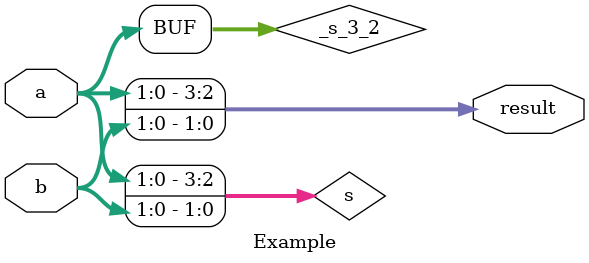
<source format=v>
`default_nettype none



module Example(
    input wire [1:0] a, b,
    output wire [3:0] result
);

   reg [3:0] s;
   assign result = s;

   // Convert to always @* block
   // It might be easier to go directly to always @*
   wire [1:0] _s_3_2;
   assign _s_3_2[1:0] = a;
   always @* s[3:2] = _s_3_2;

   always @* begin
        s[1:0] = b;
   end

endmodule
</source>
